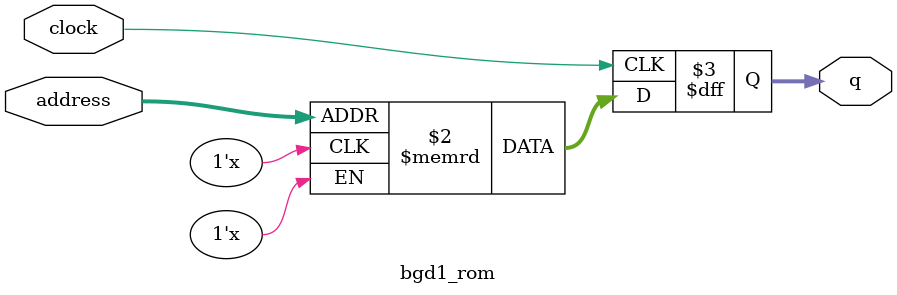
<source format=sv>
module bgd1_rom (
	input logic clock,
	input logic [15:0] address,
	output logic [3:0] q
);

logic [3:0] memory [0:43199] /* synthesis ram_init_file = "./bgd1/bgd1.mif" */;

always_ff @ (posedge clock) begin
	q <= memory[address];
end

endmodule

</source>
